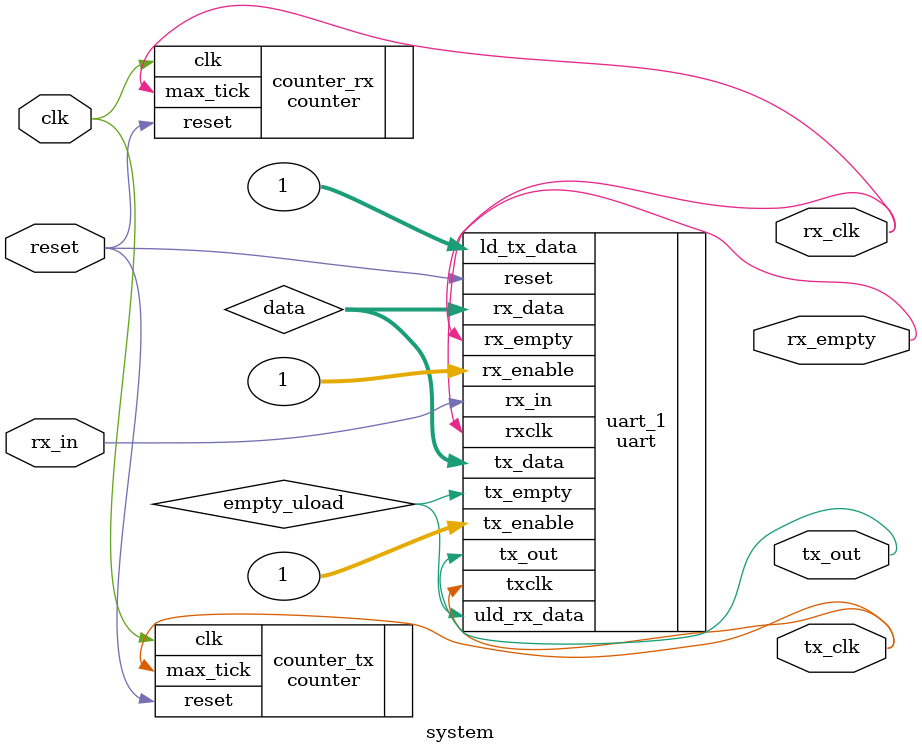
<source format=v>


/*#
# SharkBoad
# Copyright (C) 2012 Bogotá, Colombia
#
# This program is free software: you can redistribute it and/or modify
# it under the terms of the GNU General Public License as published by
# the Free Software Foundation, version 3 of the License.
#
# This program is distributed in the hope that it will be useful,
# but WITHOUT ANY WARRANTY; without even the implied warranty of
# MERCHANTABILITY or FITNESS FOR A PARTICULAR PURPOSE.  See the
# GNU General Public License for more details.
#
# You should have received a copy of the GNU General Public License
# along with this program.  If not, see <http://www.gnu.org/licenses/>.
#*/

module system
#(parameter	clk_freq	= 50000000) 
(
reset          ,
clk          ,
//resetclk,
//ld_tx_data     ,
//tx_data        ,
//tx_enable      ,
tx_out         ,
//tx_empty       ,
//uld_rx_data    ,
//rx_data        ,
//rx_enable      ,
rx_in          ,
rx_empty,
tx_clk,
rx_clk
);
// Port declarations
input        reset          ;
//input 		resetclk;
input        clk          ;
//input        ld_tx_data     ;
//input  [7:0] tx_data        ;
//input        tx_enable      ;
output       tx_out         ;
//output       tx_empty       ;
//input        rxclk          ;
//input        uld_rx_data    ;
//output [7:0] rx_data        ;
//input        rx_enable      ;
input        rx_in          ;
output       rx_empty       ;
output 			tx_clk;
output			rx_clk;

  

wire tx;
wire empty_uload;
wire tx_clk;
wire rx_clk;

wire [7:0] data;

/*Decaración de módulos*/

	//UART a probar 
	uart uart_1(
	.reset(reset)       		   ,
	.txclk(tx_clk)        	  	   ,
	.ld_tx_data(1)        ,
	.tx_data(data)              ,
	.tx_enable(1)          ,
	.tx_out(tx_out)                    ,
	.tx_empty(empty_uload)            ,
	.rxclk(rx_clk)          		   ,
	.uld_rx_data(empty_uload)      ,
	.rx_data(data)        	   ,
	.rx_enable(1)          ,
	.rx_in(rx_in)          		   ,
	.rx_empty(rx_empty)
	);


	counter #(	.N(32),
				.M(50000000/(9600)) 
			)
		counter_tx
		(
    	.clk(clk), .reset(reset),
    	.max_tick(tx_clk)
   		);

	counter #(	.N(32),
				.M(50000000/(16*9600)) 
			)
		counter_rx
		(
    	.clk(clk), .reset(reset),
    	.max_tick(rx_clk)
   		);


endmodule

</source>
